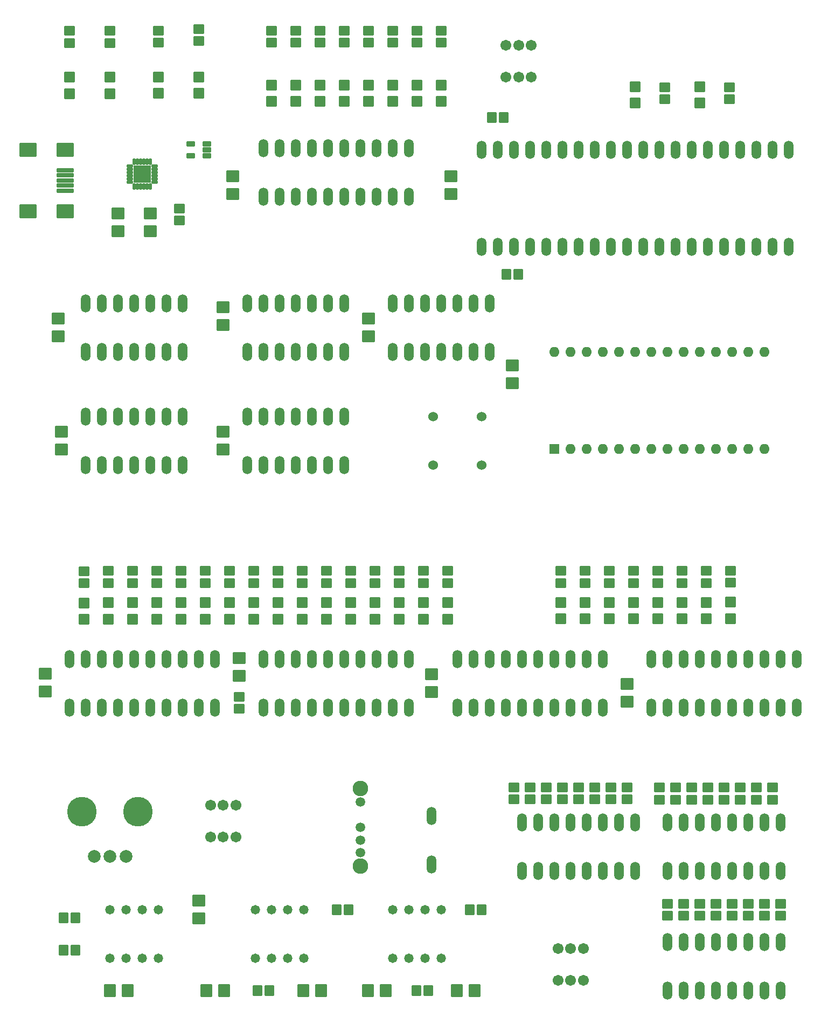
<source format=gts>
G04 #@! TF.GenerationSoftware,KiCad,Pcbnew,(6.0.9-0)*
G04 #@! TF.CreationDate,2022-12-07T17:47:50-05:00*
G04 #@! TF.ProjectId,6502tor,36353032-746f-4722-9e6b-696361645f70,rev?*
G04 #@! TF.SameCoordinates,Original*
G04 #@! TF.FileFunction,Soldermask,Top*
G04 #@! TF.FilePolarity,Negative*
%FSLAX46Y46*%
G04 Gerber Fmt 4.6, Leading zero omitted, Abs format (unit mm)*
G04 Created by KiCad (PCBNEW (6.0.9-0)) date 2022-12-07 17:47:50*
%MOMM*%
%LPD*%
G01*
G04 APERTURE LIST*
G04 Aperture macros list*
%AMRoundRect*
0 Rectangle with rounded corners*
0 $1 Rounding radius*
0 $2 $3 $4 $5 $6 $7 $8 $9 X,Y pos of 4 corners*
0 Add a 4 corners polygon primitive as box body*
4,1,4,$2,$3,$4,$5,$6,$7,$8,$9,$2,$3,0*
0 Add four circle primitives for the rounded corners*
1,1,$1+$1,$2,$3*
1,1,$1+$1,$4,$5*
1,1,$1+$1,$6,$7*
1,1,$1+$1,$8,$9*
0 Add four rect primitives between the rounded corners*
20,1,$1+$1,$2,$3,$4,$5,0*
20,1,$1+$1,$4,$5,$6,$7,0*
20,1,$1+$1,$6,$7,$8,$9,0*
20,1,$1+$1,$8,$9,$2,$3,0*%
G04 Aperture macros list end*
%ADD10O,1.524000X2.844800*%
%ADD11RoundRect,0.101600X0.900000X-0.800000X0.900000X0.800000X-0.900000X0.800000X-0.900000X-0.800000X0*%
%ADD12C,1.524000*%
%ADD13R,1.600000X1.600000*%
%ADD14O,1.600000X1.600000*%
%ADD15RoundRect,0.101600X-0.725000X0.775000X-0.725000X-0.775000X0.725000X-0.775000X0.725000X0.775000X0*%
%ADD16RoundRect,0.101600X-0.800000X-0.900000X0.800000X-0.900000X0.800000X0.900000X-0.800000X0.900000X0*%
%ADD17RoundRect,0.101600X0.750000X-0.650000X0.750000X0.650000X-0.750000X0.650000X-0.750000X-0.650000X0*%
%ADD18C,1.703200*%
%ADD19RoundRect,0.101600X0.800000X0.900000X-0.800000X0.900000X-0.800000X-0.900000X0.800000X-0.900000X0*%
%ADD20RoundRect,0.101600X-0.650000X-0.750000X0.650000X-0.750000X0.650000X0.750000X-0.650000X0.750000X0*%
%ADD21C,1.473200*%
%ADD22RoundRect,0.101600X-0.900000X0.800000X-0.900000X-0.800000X0.900000X-0.800000X0.900000X0.800000X0*%
%ADD23C,1.503200*%
%ADD24C,2.453200*%
%ADD25RoundRect,0.101600X0.650000X0.750000X-0.650000X0.750000X-0.650000X-0.750000X0.650000X-0.750000X0*%
%ADD26C,2.003200*%
%ADD27C,4.663200*%
%ADD28RoundRect,0.101600X-1.250000X-0.250000X1.250000X-0.250000X1.250000X0.250000X-1.250000X0.250000X0*%
%ADD29RoundRect,0.101600X-1.250000X-1.000000X1.250000X-1.000000X1.250000X1.000000X-1.250000X1.000000X0*%
%ADD30RoundRect,0.101600X0.600000X0.300000X-0.600000X0.300000X-0.600000X-0.300000X0.600000X-0.300000X0*%
%ADD31RoundRect,0.101600X-0.425000X-0.150000X0.425000X-0.150000X0.425000X0.150000X-0.425000X0.150000X0*%
%ADD32RoundRect,0.101600X0.150000X-0.425000X0.150000X0.425000X-0.150000X0.425000X-0.150000X-0.425000X0*%
%ADD33RoundRect,0.101600X1.275000X-1.275000X1.275000X1.275000X-1.275000X1.275000X-1.275000X-1.275000X0*%
G04 APERTURE END LIST*
D10*
G04 #@! TO.C,IC2*
X132080000Y-132080000D03*
X134620000Y-132080000D03*
X137160000Y-132080000D03*
X139700000Y-132080000D03*
X142240000Y-132080000D03*
X144780000Y-132080000D03*
X147320000Y-132080000D03*
X149860000Y-132080000D03*
X152400000Y-132080000D03*
X154940000Y-132080000D03*
X154940000Y-124460000D03*
X152400000Y-124460000D03*
X149860000Y-124460000D03*
X147320000Y-124460000D03*
X144780000Y-124460000D03*
X142240000Y-124460000D03*
X139700000Y-124460000D03*
X137160000Y-124460000D03*
X134620000Y-124460000D03*
X132080000Y-124460000D03*
G04 #@! TD*
D11*
G04 #@! TO.C,C7*
X48260000Y-57280000D03*
X48260000Y-54480000D03*
G04 #@! TD*
D10*
G04 #@! TO.C,IC15*
X71120000Y-51816000D03*
X73660000Y-51816000D03*
X76200000Y-51816000D03*
X78740000Y-51816000D03*
X81280000Y-51816000D03*
X83820000Y-51816000D03*
X86360000Y-51816000D03*
X88900000Y-51816000D03*
X91440000Y-51816000D03*
X93980000Y-51816000D03*
X93980000Y-44196000D03*
X91440000Y-44196000D03*
X88900000Y-44196000D03*
X86360000Y-44196000D03*
X83820000Y-44196000D03*
X81280000Y-44196000D03*
X78740000Y-44196000D03*
X76200000Y-44196000D03*
X73660000Y-44196000D03*
X71120000Y-44196000D03*
G04 #@! TD*
D12*
G04 #@! TO.C,QG1*
X97790000Y-93980000D03*
X105410000Y-93980000D03*
X105410000Y-86360000D03*
X97790000Y-86360000D03*
G04 #@! TD*
D10*
G04 #@! TO.C,IC8*
X43180000Y-93980000D03*
X45720000Y-93980000D03*
X48260000Y-93980000D03*
X50800000Y-93980000D03*
X53340000Y-93980000D03*
X55880000Y-93980000D03*
X58420000Y-93980000D03*
X58420000Y-86360000D03*
X55880000Y-86360000D03*
X53340000Y-86360000D03*
X50800000Y-86360000D03*
X48260000Y-86360000D03*
X45720000Y-86360000D03*
X43180000Y-86360000D03*
G04 #@! TD*
G04 #@! TO.C,IC1*
X105410000Y-59690000D03*
X107950000Y-59690000D03*
X110490000Y-59690000D03*
X113030000Y-59690000D03*
X115570000Y-59690000D03*
X118110000Y-59690000D03*
X120650000Y-59690000D03*
X123190000Y-59690000D03*
X125730000Y-59690000D03*
X128270000Y-59690000D03*
X130810000Y-59690000D03*
X133350000Y-59690000D03*
X135890000Y-59690000D03*
X138430000Y-59690000D03*
X140970000Y-59690000D03*
X143510000Y-59690000D03*
X146050000Y-59690000D03*
X148590000Y-59690000D03*
X151130000Y-59690000D03*
X153670000Y-59690000D03*
X153670000Y-44450000D03*
X151130000Y-44450000D03*
X148590000Y-44450000D03*
X146050000Y-44450000D03*
X143510000Y-44450000D03*
X140970000Y-44450000D03*
X138430000Y-44450000D03*
X135890000Y-44450000D03*
X133350000Y-44450000D03*
X130810000Y-44450000D03*
X128270000Y-44450000D03*
X125730000Y-44450000D03*
X123190000Y-44450000D03*
X120650000Y-44450000D03*
X118110000Y-44450000D03*
X115570000Y-44450000D03*
X113030000Y-44450000D03*
X110490000Y-44450000D03*
X107950000Y-44450000D03*
X105410000Y-44450000D03*
G04 #@! TD*
G04 #@! TO.C,IC3*
X43180000Y-76200000D03*
X45720000Y-76200000D03*
X48260000Y-76200000D03*
X50800000Y-76200000D03*
X53340000Y-76200000D03*
X55880000Y-76200000D03*
X58420000Y-76200000D03*
X58420000Y-68580000D03*
X55880000Y-68580000D03*
X53340000Y-68580000D03*
X50800000Y-68580000D03*
X48260000Y-68580000D03*
X45720000Y-68580000D03*
X43180000Y-68580000D03*
G04 #@! TD*
G04 #@! TO.C,IC14*
X101600000Y-132080000D03*
X104140000Y-132080000D03*
X106680000Y-132080000D03*
X109220000Y-132080000D03*
X111760000Y-132080000D03*
X114300000Y-132080000D03*
X116840000Y-132080000D03*
X119380000Y-132080000D03*
X121920000Y-132080000D03*
X124460000Y-132080000D03*
X124460000Y-124460000D03*
X121920000Y-124460000D03*
X119380000Y-124460000D03*
X116840000Y-124460000D03*
X114300000Y-124460000D03*
X111760000Y-124460000D03*
X109220000Y-124460000D03*
X106680000Y-124460000D03*
X104140000Y-124460000D03*
X101600000Y-124460000D03*
G04 #@! TD*
D11*
G04 #@! TO.C,C11*
X64770000Y-72012000D03*
X64770000Y-69212000D03*
G04 #@! TD*
D10*
G04 #@! TO.C,IC5*
X68580000Y-76200000D03*
X71120000Y-76200000D03*
X73660000Y-76200000D03*
X76200000Y-76200000D03*
X78740000Y-76200000D03*
X81280000Y-76200000D03*
X83820000Y-76200000D03*
X83820000Y-68580000D03*
X81280000Y-68580000D03*
X78740000Y-68580000D03*
X76200000Y-68580000D03*
X73660000Y-68580000D03*
X71120000Y-68580000D03*
X68580000Y-68580000D03*
G04 #@! TD*
G04 #@! TO.C,IC4*
X91440000Y-76200000D03*
X93980000Y-76200000D03*
X96520000Y-76200000D03*
X99060000Y-76200000D03*
X101600000Y-76200000D03*
X104140000Y-76200000D03*
X106680000Y-76200000D03*
X106680000Y-68580000D03*
X104140000Y-68580000D03*
X101600000Y-68580000D03*
X99060000Y-68580000D03*
X96520000Y-68580000D03*
X93980000Y-68580000D03*
X91440000Y-68580000D03*
G04 #@! TD*
G04 #@! TO.C,IC9*
X68580000Y-93980000D03*
X71120000Y-93980000D03*
X73660000Y-93980000D03*
X76200000Y-93980000D03*
X78740000Y-93980000D03*
X81280000Y-93980000D03*
X83820000Y-93980000D03*
X83820000Y-86360000D03*
X81280000Y-86360000D03*
X78740000Y-86360000D03*
X76200000Y-86360000D03*
X73660000Y-86360000D03*
X71120000Y-86360000D03*
X68580000Y-86360000D03*
G04 #@! TD*
D13*
G04 #@! TO.C,U1*
X116840000Y-91440000D03*
D14*
X119380000Y-91440000D03*
X121920000Y-91440000D03*
X124460000Y-91440000D03*
X127000000Y-91440000D03*
X129540000Y-91440000D03*
X132080000Y-91440000D03*
X134620000Y-91440000D03*
X137160000Y-91440000D03*
X139700000Y-91440000D03*
X142240000Y-91440000D03*
X144780000Y-91440000D03*
X147320000Y-91440000D03*
X149860000Y-91440000D03*
X149860000Y-76200000D03*
X147320000Y-76200000D03*
X144780000Y-76200000D03*
X142240000Y-76200000D03*
X139700000Y-76200000D03*
X137160000Y-76200000D03*
X134620000Y-76200000D03*
X132080000Y-76200000D03*
X129540000Y-76200000D03*
X127000000Y-76200000D03*
X124460000Y-76200000D03*
X121920000Y-76200000D03*
X119380000Y-76200000D03*
X116840000Y-76200000D03*
G04 #@! TD*
D15*
G04 #@! TO.C,LED10*
X77216000Y-115606000D03*
X77216000Y-118206000D03*
G04 #@! TD*
G04 #@! TO.C,LED35*
X54610000Y-32990000D03*
X54610000Y-35590000D03*
G04 #@! TD*
G04 #@! TO.C,LED36*
X60960000Y-32990000D03*
X60960000Y-35590000D03*
G04 #@! TD*
G04 #@! TO.C,LED27*
X80010000Y-34260000D03*
X80010000Y-36860000D03*
G04 #@! TD*
D16*
G04 #@! TO.C,C2*
X46990000Y-176530000D03*
X49790000Y-176530000D03*
G04 #@! TD*
D17*
G04 #@! TO.C,R46*
X133096000Y-112492000D03*
X133096000Y-110592000D03*
G04 #@! TD*
G04 #@! TO.C,R5*
X120650000Y-146492000D03*
X120650000Y-144592000D03*
G04 #@! TD*
G04 #@! TO.C,R48*
X140716000Y-112492000D03*
X140716000Y-110592000D03*
G04 #@! TD*
D11*
G04 #@! TO.C,C14*
X39370000Y-91570000D03*
X39370000Y-88770000D03*
G04 #@! TD*
D15*
G04 #@! TO.C,LED19*
X125476000Y-115540000D03*
X125476000Y-118140000D03*
G04 #@! TD*
D17*
G04 #@! TO.C,R36*
X81026000Y-112522000D03*
X81026000Y-110622000D03*
G04 #@! TD*
D10*
G04 #@! TO.C,SW3*
X134620000Y-176530000D03*
X137160000Y-176530000D03*
X139700000Y-176530000D03*
X142240000Y-176530000D03*
X144780000Y-176530000D03*
X147320000Y-176530000D03*
X149860000Y-176530000D03*
X152400000Y-176530000D03*
X152400000Y-168910000D03*
X149860000Y-168910000D03*
X147320000Y-168910000D03*
X144780000Y-168910000D03*
X142240000Y-168910000D03*
X139700000Y-168910000D03*
X137160000Y-168910000D03*
X134620000Y-168910000D03*
G04 #@! TD*
D18*
G04 #@! TO.C,S1*
X117380000Y-174945000D03*
X121380000Y-174945000D03*
X117380000Y-169945000D03*
X121380000Y-169945000D03*
X119380000Y-174945000D03*
X119380000Y-169945000D03*
G04 #@! TD*
D17*
G04 #@! TO.C,R8*
X128270000Y-146492000D03*
X128270000Y-144592000D03*
G04 #@! TD*
D15*
G04 #@! TO.C,LED3*
X50546000Y-115576000D03*
X50546000Y-118176000D03*
G04 #@! TD*
D17*
G04 #@! TO.C,R39*
X92456000Y-112522000D03*
X92456000Y-110622000D03*
G04 #@! TD*
G04 #@! TO.C,R21*
X144780000Y-164780000D03*
X144780000Y-162880000D03*
G04 #@! TD*
D19*
G04 #@! TO.C,C4*
X64900000Y-176530000D03*
X62100000Y-176530000D03*
G04 #@! TD*
D17*
G04 #@! TO.C,R1*
X110490000Y-146492000D03*
X110490000Y-144592000D03*
G04 #@! TD*
G04 #@! TO.C,R72*
X54610000Y-27620000D03*
X54610000Y-25720000D03*
G04 #@! TD*
D20*
G04 #@! TO.C,R62*
X39690000Y-170180000D03*
X41590000Y-170180000D03*
G04 #@! TD*
D17*
G04 #@! TO.C,R38*
X88646000Y-112522000D03*
X88646000Y-110622000D03*
G04 #@! TD*
G04 #@! TO.C,R35*
X77216000Y-112522000D03*
X77216000Y-110622000D03*
G04 #@! TD*
D21*
G04 #@! TO.C,IC10*
X91440000Y-171450000D03*
X93980000Y-171450000D03*
X96520000Y-171450000D03*
X99060000Y-171450000D03*
X99060000Y-163830000D03*
X96520000Y-163830000D03*
X93980000Y-163830000D03*
X91440000Y-163830000D03*
G04 #@! TD*
D11*
G04 #@! TO.C,C12*
X87630000Y-73790000D03*
X87630000Y-70990000D03*
G04 #@! TD*
G04 #@! TO.C,C10*
X38862000Y-73790000D03*
X38862000Y-70990000D03*
G04 #@! TD*
D17*
G04 #@! TO.C,R43*
X121666000Y-112492000D03*
X121666000Y-110592000D03*
G04 #@! TD*
G04 #@! TO.C,R13*
X143510000Y-146558000D03*
X143510000Y-144658000D03*
G04 #@! TD*
D21*
G04 #@! TO.C,IC6*
X69850000Y-171450000D03*
X72390000Y-171450000D03*
X74930000Y-171450000D03*
X77470000Y-171450000D03*
X77470000Y-163830000D03*
X74930000Y-163830000D03*
X72390000Y-163830000D03*
X69850000Y-163830000D03*
G04 #@! TD*
D15*
G04 #@! TO.C,LED12*
X84836000Y-115606000D03*
X84836000Y-118206000D03*
G04 #@! TD*
G04 #@! TO.C,LED31*
X95250000Y-34260000D03*
X95250000Y-36860000D03*
G04 #@! TD*
D11*
G04 #@! TO.C,C8*
X53340000Y-57280000D03*
X53340000Y-54480000D03*
G04 #@! TD*
D15*
G04 #@! TO.C,LED18*
X121666000Y-115540000D03*
X121666000Y-118140000D03*
G04 #@! TD*
D21*
G04 #@! TO.C,IC7*
X46990000Y-171450000D03*
X49530000Y-171450000D03*
X52070000Y-171450000D03*
X54610000Y-171450000D03*
X54610000Y-163830000D03*
X52070000Y-163830000D03*
X49530000Y-163830000D03*
X46990000Y-163830000D03*
G04 #@! TD*
D17*
G04 #@! TO.C,R44*
X125476000Y-112492000D03*
X125476000Y-110592000D03*
G04 #@! TD*
G04 #@! TO.C,R68*
X144370000Y-36510000D03*
X144370000Y-34610000D03*
G04 #@! TD*
D10*
G04 #@! TO.C,SW2*
X134620000Y-157734000D03*
X137160000Y-157734000D03*
X139700000Y-157734000D03*
X142240000Y-157734000D03*
X144780000Y-157734000D03*
X147320000Y-157734000D03*
X149860000Y-157734000D03*
X152400000Y-157734000D03*
X152400000Y-150114000D03*
X149860000Y-150114000D03*
X147320000Y-150114000D03*
X144780000Y-150114000D03*
X142240000Y-150114000D03*
X139700000Y-150114000D03*
X137160000Y-150114000D03*
X134620000Y-150114000D03*
G04 #@! TD*
D22*
G04 #@! TO.C,C18*
X100584000Y-48638000D03*
X100584000Y-51438000D03*
G04 #@! TD*
D19*
G04 #@! TO.C,C3*
X80140000Y-176530000D03*
X77340000Y-176530000D03*
G04 #@! TD*
D17*
G04 #@! TO.C,R56*
X95250000Y-27620000D03*
X95250000Y-25720000D03*
G04 #@! TD*
D11*
G04 #@! TO.C,C19*
X110236000Y-81156000D03*
X110236000Y-78356000D03*
G04 #@! TD*
D17*
G04 #@! TO.C,R3*
X115570000Y-146492000D03*
X115570000Y-144592000D03*
G04 #@! TD*
G04 #@! TO.C,R18*
X137160000Y-164780000D03*
X137160000Y-162880000D03*
G04 #@! TD*
D15*
G04 #@! TO.C,LED11*
X81026000Y-115606000D03*
X81026000Y-118206000D03*
G04 #@! TD*
D11*
G04 #@! TO.C,C13*
X64770000Y-91570000D03*
X64770000Y-88770000D03*
G04 #@! TD*
D17*
G04 #@! TO.C,R51*
X76200000Y-27620000D03*
X76200000Y-25720000D03*
G04 #@! TD*
D15*
G04 #@! TO.C,LED22*
X136906000Y-115540000D03*
X136906000Y-118140000D03*
G04 #@! TD*
D23*
G04 #@! TO.C,S4*
X86360000Y-146876000D03*
X86360000Y-150876000D03*
X86360000Y-152876000D03*
X86360000Y-154876000D03*
D24*
X86360000Y-144776000D03*
X86360000Y-156976000D03*
G04 #@! TD*
D17*
G04 #@! TO.C,R15*
X148590000Y-146558000D03*
X148590000Y-144658000D03*
G04 #@! TD*
D18*
G04 #@! TO.C,S3*
X109220000Y-33020000D03*
X113220000Y-33020000D03*
X109220000Y-28020000D03*
X113220000Y-28020000D03*
X111220000Y-33020000D03*
X111220000Y-28020000D03*
G04 #@! TD*
D15*
G04 #@! TO.C,LED24*
X144526000Y-115510000D03*
X144526000Y-118110000D03*
G04 #@! TD*
D17*
G04 #@! TO.C,R33*
X69596000Y-112522000D03*
X69596000Y-110622000D03*
G04 #@! TD*
D15*
G04 #@! TO.C,LED28*
X83820000Y-34260000D03*
X83820000Y-36860000D03*
G04 #@! TD*
G04 #@! TO.C,LED21*
X133096000Y-115540000D03*
X133096000Y-118140000D03*
G04 #@! TD*
G04 #@! TO.C,LED23*
X140716000Y-115540000D03*
X140716000Y-118140000D03*
G04 #@! TD*
D17*
G04 #@! TO.C,R45*
X129286000Y-112492000D03*
X129286000Y-110592000D03*
G04 #@! TD*
G04 #@! TO.C,R41*
X100076000Y-112522000D03*
X100076000Y-110622000D03*
G04 #@! TD*
G04 #@! TO.C,R11*
X138430000Y-146558000D03*
X138430000Y-144658000D03*
G04 #@! TD*
G04 #@! TO.C,R30*
X58166000Y-112492000D03*
X58166000Y-110592000D03*
G04 #@! TD*
G04 #@! TO.C,R14*
X146050000Y-146558000D03*
X146050000Y-144658000D03*
G04 #@! TD*
G04 #@! TO.C,R70*
X46990000Y-27650000D03*
X46990000Y-25750000D03*
G04 #@! TD*
G04 #@! TO.C,R69*
X134210000Y-36510000D03*
X134210000Y-34610000D03*
G04 #@! TD*
D20*
G04 #@! TO.C,R58*
X109286000Y-64008000D03*
X111186000Y-64008000D03*
G04 #@! TD*
D17*
G04 #@! TO.C,R10*
X135890000Y-146558000D03*
X135890000Y-144658000D03*
G04 #@! TD*
G04 #@! TO.C,R19*
X139700000Y-164780000D03*
X139700000Y-162880000D03*
G04 #@! TD*
G04 #@! TO.C,R9*
X133350000Y-146558000D03*
X133350000Y-144658000D03*
G04 #@! TD*
D20*
G04 #@! TO.C,R63*
X70170000Y-176530000D03*
X72070000Y-176530000D03*
G04 #@! TD*
D11*
G04 #@! TO.C,C20*
X66294000Y-51438000D03*
X66294000Y-48638000D03*
G04 #@! TD*
D17*
G04 #@! TO.C,R42*
X117856000Y-112492000D03*
X117856000Y-110592000D03*
G04 #@! TD*
G04 #@! TO.C,R55*
X91440000Y-27620000D03*
X91440000Y-25720000D03*
G04 #@! TD*
G04 #@! TO.C,R67*
X57912000Y-55560000D03*
X57912000Y-53660000D03*
G04 #@! TD*
D10*
G04 #@! TO.C,IC11*
X40640000Y-132080000D03*
X43180000Y-132080000D03*
X45720000Y-132080000D03*
X48260000Y-132080000D03*
X50800000Y-132080000D03*
X53340000Y-132080000D03*
X55880000Y-132080000D03*
X58420000Y-132080000D03*
X60960000Y-132080000D03*
X63500000Y-132080000D03*
X63500000Y-124460000D03*
X60960000Y-124460000D03*
X58420000Y-124460000D03*
X55880000Y-124460000D03*
X53340000Y-124460000D03*
X50800000Y-124460000D03*
X48260000Y-124460000D03*
X45720000Y-124460000D03*
X43180000Y-124460000D03*
X40640000Y-124460000D03*
G04 #@! TD*
D17*
G04 #@! TO.C,R22*
X147320000Y-164780000D03*
X147320000Y-162880000D03*
G04 #@! TD*
G04 #@! TO.C,R71*
X40640000Y-27650000D03*
X40640000Y-25750000D03*
G04 #@! TD*
D15*
G04 #@! TO.C,LED15*
X96266000Y-115606000D03*
X96266000Y-118206000D03*
G04 #@! TD*
G04 #@! TO.C,LED8*
X73406000Y-115606000D03*
X73406000Y-118206000D03*
G04 #@! TD*
D17*
G04 #@! TO.C,R2*
X113030000Y-146492000D03*
X113030000Y-144592000D03*
G04 #@! TD*
G04 #@! TO.C,R40*
X96266000Y-112522000D03*
X96266000Y-110622000D03*
G04 #@! TD*
D15*
G04 #@! TO.C,LED6*
X61976000Y-115576000D03*
X61976000Y-118176000D03*
G04 #@! TD*
G04 #@! TO.C,LED13*
X88646000Y-115606000D03*
X88646000Y-118206000D03*
G04 #@! TD*
D20*
G04 #@! TO.C,R66*
X103510000Y-163830000D03*
X105410000Y-163830000D03*
G04 #@! TD*
D10*
G04 #@! TO.C,SW4*
X97536000Y-156718000D03*
X97536000Y-149098000D03*
G04 #@! TD*
D15*
G04 #@! TO.C,LED7*
X65786000Y-115576000D03*
X65786000Y-118176000D03*
G04 #@! TD*
D17*
G04 #@! TO.C,R57*
X99060000Y-27620000D03*
X99060000Y-25720000D03*
G04 #@! TD*
D20*
G04 #@! TO.C,R59*
X107000000Y-39370000D03*
X108900000Y-39370000D03*
G04 #@! TD*
D15*
G04 #@! TO.C,LED30*
X91440000Y-34260000D03*
X91440000Y-36860000D03*
G04 #@! TD*
G04 #@! TO.C,LED20*
X129286000Y-115540000D03*
X129286000Y-118140000D03*
G04 #@! TD*
D17*
G04 #@! TO.C,R7*
X125730000Y-146492000D03*
X125730000Y-144592000D03*
G04 #@! TD*
D15*
G04 #@! TO.C,LED32*
X99060000Y-34260000D03*
X99060000Y-36860000D03*
G04 #@! TD*
G04 #@! TO.C,LED34*
X139700000Y-34514000D03*
X139700000Y-37114000D03*
G04 #@! TD*
D17*
G04 #@! TO.C,R47*
X136906000Y-112492000D03*
X136906000Y-110592000D03*
G04 #@! TD*
G04 #@! TO.C,R12*
X140970000Y-146558000D03*
X140970000Y-144658000D03*
G04 #@! TD*
D10*
G04 #@! TO.C,IC12*
X71120000Y-132080000D03*
X73660000Y-132080000D03*
X76200000Y-132080000D03*
X78740000Y-132080000D03*
X81280000Y-132080000D03*
X83820000Y-132080000D03*
X86360000Y-132080000D03*
X88900000Y-132080000D03*
X91440000Y-132080000D03*
X93980000Y-132080000D03*
X93980000Y-124460000D03*
X91440000Y-124460000D03*
X88900000Y-124460000D03*
X86360000Y-124460000D03*
X83820000Y-124460000D03*
X81280000Y-124460000D03*
X78740000Y-124460000D03*
X76200000Y-124460000D03*
X73660000Y-124460000D03*
X71120000Y-124460000D03*
G04 #@! TD*
D15*
G04 #@! TO.C,LED33*
X129540000Y-34514000D03*
X129540000Y-37114000D03*
G04 #@! TD*
G04 #@! TO.C,LED14*
X92456000Y-115606000D03*
X92456000Y-118206000D03*
G04 #@! TD*
D17*
G04 #@! TO.C,R29*
X54356000Y-112492000D03*
X54356000Y-110592000D03*
G04 #@! TD*
G04 #@! TO.C,R23*
X149860000Y-164780000D03*
X149860000Y-162880000D03*
G04 #@! TD*
G04 #@! TO.C,R24*
X152400000Y-164780000D03*
X152400000Y-162880000D03*
G04 #@! TD*
D15*
G04 #@! TO.C,LED25*
X72390000Y-34260000D03*
X72390000Y-36860000D03*
G04 #@! TD*
D17*
G04 #@! TO.C,R25*
X67310000Y-132268000D03*
X67310000Y-130368000D03*
G04 #@! TD*
D15*
G04 #@! TO.C,LED1*
X42926000Y-115636000D03*
X42926000Y-118236000D03*
G04 #@! TD*
D17*
G04 #@! TO.C,R17*
X134620000Y-164780000D03*
X134620000Y-162880000D03*
G04 #@! TD*
G04 #@! TO.C,R53*
X83820000Y-27620000D03*
X83820000Y-25720000D03*
G04 #@! TD*
G04 #@! TO.C,R20*
X142240000Y-164780000D03*
X142240000Y-162880000D03*
G04 #@! TD*
D15*
G04 #@! TO.C,LED2*
X46736000Y-115606000D03*
X46736000Y-118206000D03*
G04 #@! TD*
D25*
G04 #@! TO.C,R61*
X41590000Y-165100000D03*
X39690000Y-165100000D03*
G04 #@! TD*
D18*
G04 #@! TO.C,S5*
X62770000Y-152400000D03*
X66770000Y-152400000D03*
X62770000Y-147400000D03*
X66770000Y-147400000D03*
X64770000Y-152400000D03*
X64770000Y-147400000D03*
G04 #@! TD*
D11*
G04 #@! TO.C,C9*
X128270000Y-131194000D03*
X128270000Y-128394000D03*
G04 #@! TD*
G04 #@! TO.C,C17*
X36830000Y-129540000D03*
X36830000Y-126740000D03*
G04 #@! TD*
G04 #@! TO.C,C1*
X60960000Y-165230000D03*
X60960000Y-162430000D03*
G04 #@! TD*
G04 #@! TO.C,C16*
X67310000Y-127130000D03*
X67310000Y-124330000D03*
G04 #@! TD*
D15*
G04 #@! TO.C,LED37*
X46990000Y-33020000D03*
X46990000Y-35620000D03*
G04 #@! TD*
D26*
G04 #@! TO.C,R60*
X44490000Y-155460000D03*
X46990000Y-155460000D03*
X49490000Y-155460000D03*
D27*
X42590000Y-148460000D03*
X51390000Y-148460000D03*
G04 #@! TD*
D17*
G04 #@! TO.C,R26*
X42926000Y-112552000D03*
X42926000Y-110652000D03*
G04 #@! TD*
D15*
G04 #@! TO.C,LED26*
X76200000Y-34260000D03*
X76200000Y-36860000D03*
G04 #@! TD*
D28*
G04 #@! TO.C,J1*
X39965000Y-47676000D03*
X39965000Y-48476000D03*
X39965000Y-49276000D03*
X39965000Y-50076000D03*
X39965000Y-50876000D03*
D29*
X39965000Y-44416000D03*
X39965000Y-54136000D03*
X34125000Y-44416000D03*
X34125000Y-54136000D03*
G04 #@! TD*
D17*
G04 #@! TO.C,R54*
X87630000Y-27620000D03*
X87630000Y-25720000D03*
G04 #@! TD*
G04 #@! TO.C,R4*
X118110000Y-146492000D03*
X118110000Y-144592000D03*
G04 #@! TD*
G04 #@! TO.C,R32*
X65786000Y-112492000D03*
X65786000Y-110592000D03*
G04 #@! TD*
G04 #@! TO.C,R28*
X50546000Y-112492000D03*
X50546000Y-110592000D03*
G04 #@! TD*
G04 #@! TO.C,R6*
X123190000Y-146492000D03*
X123190000Y-144592000D03*
G04 #@! TD*
D15*
G04 #@! TO.C,LED17*
X117856000Y-115540000D03*
X117856000Y-118140000D03*
G04 #@! TD*
D17*
G04 #@! TO.C,R73*
X60960000Y-27351600D03*
X60960000Y-25451600D03*
G04 #@! TD*
D19*
G04 #@! TO.C,C5*
X90300000Y-176530000D03*
X87500000Y-176530000D03*
G04 #@! TD*
D17*
G04 #@! TO.C,R16*
X151130000Y-146558000D03*
X151130000Y-144658000D03*
G04 #@! TD*
D16*
G04 #@! TO.C,C6*
X101470000Y-176530000D03*
X104270000Y-176530000D03*
G04 #@! TD*
D17*
G04 #@! TO.C,R52*
X80010000Y-27620000D03*
X80010000Y-25720000D03*
G04 #@! TD*
G04 #@! TO.C,R34*
X73406000Y-112522000D03*
X73406000Y-110622000D03*
G04 #@! TD*
D30*
G04 #@! TO.C,IC17*
X62210000Y-45400000D03*
X62210000Y-44450000D03*
X62210000Y-43500000D03*
X59710000Y-43500000D03*
X59710000Y-45400000D03*
G04 #@! TD*
D20*
G04 #@! TO.C,R65*
X95120000Y-176530000D03*
X97020000Y-176530000D03*
G04 #@! TD*
D17*
G04 #@! TO.C,R49*
X144526000Y-112462000D03*
X144526000Y-110562000D03*
G04 #@! TD*
D20*
G04 #@! TO.C,R64*
X82616000Y-163830000D03*
X84516000Y-163830000D03*
G04 #@! TD*
D15*
G04 #@! TO.C,LED16*
X100076000Y-115606000D03*
X100076000Y-118206000D03*
G04 #@! TD*
D17*
G04 #@! TO.C,R50*
X72390000Y-27620000D03*
X72390000Y-25720000D03*
G04 #@! TD*
D15*
G04 #@! TO.C,LED4*
X54356000Y-115576000D03*
X54356000Y-118176000D03*
G04 #@! TD*
D17*
G04 #@! TO.C,R27*
X46736000Y-112522000D03*
X46736000Y-110622000D03*
G04 #@! TD*
D15*
G04 #@! TO.C,LED38*
X40640000Y-33020000D03*
X40640000Y-35620000D03*
G04 #@! TD*
D17*
G04 #@! TO.C,R37*
X84836000Y-112522000D03*
X84836000Y-110622000D03*
G04 #@! TD*
D15*
G04 #@! TO.C,LED5*
X58166000Y-115576000D03*
X58166000Y-118176000D03*
G04 #@! TD*
D10*
G04 #@! TO.C,SW1*
X111760000Y-157734000D03*
X114300000Y-157734000D03*
X116840000Y-157734000D03*
X119380000Y-157734000D03*
X121920000Y-157734000D03*
X124460000Y-157734000D03*
X127000000Y-157734000D03*
X129540000Y-157734000D03*
X129540000Y-150114000D03*
X127000000Y-150114000D03*
X124460000Y-150114000D03*
X121920000Y-150114000D03*
X119380000Y-150114000D03*
X116840000Y-150114000D03*
X114300000Y-150114000D03*
X111760000Y-150114000D03*
G04 #@! TD*
D15*
G04 #@! TO.C,LED9*
X69596000Y-115606000D03*
X69596000Y-118206000D03*
G04 #@! TD*
D11*
G04 #@! TO.C,C15*
X97536000Y-129670000D03*
X97536000Y-126870000D03*
G04 #@! TD*
D17*
G04 #@! TO.C,R31*
X61976000Y-112492000D03*
X61976000Y-110592000D03*
G04 #@! TD*
D15*
G04 #@! TO.C,LED29*
X87630000Y-34260000D03*
X87630000Y-36860000D03*
G04 #@! TD*
D31*
G04 #@! TO.C,IC16*
X50120000Y-47010000D03*
X50120000Y-47510000D03*
X50120000Y-48010000D03*
X50120000Y-48510000D03*
X50120000Y-49010000D03*
X50120000Y-49510000D03*
D32*
X50820000Y-50210000D03*
X51320000Y-50210000D03*
X51820000Y-50210000D03*
X52320000Y-50210000D03*
X52820000Y-50210000D03*
X53320000Y-50210000D03*
D31*
X54020000Y-49510000D03*
X54020000Y-49010000D03*
X54020000Y-48510000D03*
X54020000Y-48010000D03*
X54020000Y-47510000D03*
X54020000Y-47010000D03*
D32*
X53320000Y-46310000D03*
X52820000Y-46310000D03*
X52320000Y-46310000D03*
X51820000Y-46310000D03*
X51320000Y-46310000D03*
X50820000Y-46310000D03*
D33*
X52070000Y-48260000D03*
G04 #@! TD*
M02*

</source>
